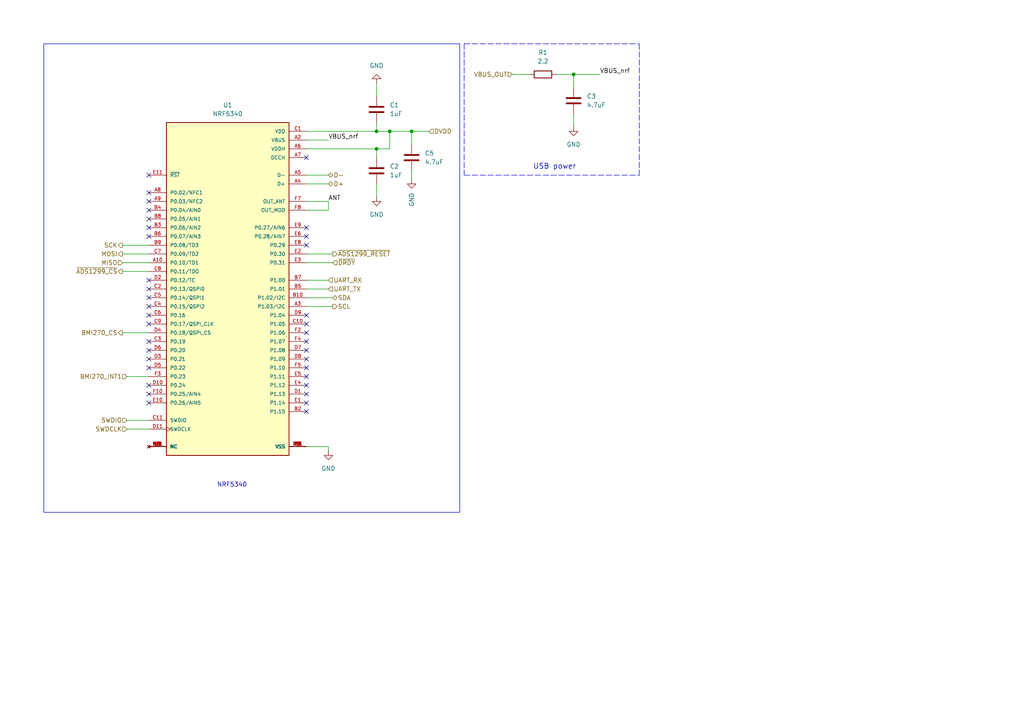
<source format=kicad_sch>
(kicad_sch (version 20231120) (generator "eeschema") (generator_version "8.0")
  (paper "A4")
  (lib_symbols
    (symbol "Device:C" (pin_numbers hide) (pin_names (offset 0.254))
      (property "Reference" "C" (at 0.635 2.54 0))
      (property "Value" "C" (at 0.635 -2.54 0))
      (symbol "C_0_1"
        (polyline (pts (xy -2.032 -0.762) (xy 2.032 -0.762)) (stroke (width 0.508)))
        (polyline (pts (xy -2.032 0.762) (xy 2.032 0.762)) (stroke (width 0.508)))
      )
      (symbol "C_1_1"
        (pin passive line (at 0 3.81 270) (length 2.794) (name "~") (number "1"))
        (pin passive line (at 0 -3.81 90) (length 2.794) (name "~") (number "2"))
      )
    )
    (symbol "Device:R" (pin_numbers hide) (pin_names (offset 0))
      (property "Reference" "R" (at 2.032 0 90))
      (property "Value" "R" (at 0 0 90))
      (symbol "R_0_1"
        (rectangle (start -1.016 -2.54) (end 1.016 2.54) (stroke (width 0.254)))
      )
      (symbol "R_1_1"
        (pin passive line (at 0 3.81 270) (length 1.27) (name "~") (number "1"))
        (pin passive line (at 0 -3.81 90) (length 1.27) (name "~") (number "2"))
      )
    )
    (symbol "ISP2053-AX-RS_1" (pin_names (offset 1.016))
      (property "Reference" "U" (at -17.78 49.022 0))
      (property "Value" "ISP2053-AX-RS" (at -17.78 -50.8 0))
      (symbol "ISP2053-AX-RS_1_0_0"
        (rectangle (start -17.78 -48.26) (end 17.78 48.26) (stroke (width 0.254)) (fill (type background)))
        (pin power_in line (at 22.86 -45.72 180) (length 5.08) (name "VSS") (number "A1"))
        (pin bidirectional line (at -22.86 7.62 0) (length 5.08) (name "P0.10/TD1") (number "A10"))
        (pin power_in line (at 22.86 -45.72 180) (length 5.08) (name "VSS") (number "A11"))
        (pin power_in line (at 22.86 43.18 180) (length 5.08) (name "VBUS") (number "A2"))
        (pin bidirectional line (at 22.86 -5.08 180) (length 5.08) (name "P1.03/I2C") (number "A3"))
        (pin bidirectional line (at 22.86 30.48 180) (length 5.08) (name "D+") (number "A4"))
        (pin bidirectional line (at 22.86 33.02 180) (length 5.08) (name "D-") (number "A5"))
        (pin power_in line (at 22.86 40.64 180) (length 5.08) (name "VDDH") (number "A6"))
        (pin power_in line (at 22.86 38.1 180) (length 5.08) (name "DCCH") (number "A7"))
        (pin bidirectional line (at -22.86 27.94 0) (length 5.08) (name "P0.02/NFC1") (number "A8"))
        (pin bidirectional line (at -22.86 25.4 0) (length 5.08) (name "P0.03/NFC2") (number "A9"))
        (pin bidirectional line (at 22.86 -2.54 180) (length 5.08) (name "P1.02/I2C") (number "B10"))
        (pin bidirectional line (at 22.86 -35.56 180) (length 5.08) (name "P1.15") (number "B2"))
        (pin bidirectional line (at -22.86 17.78 0) (length 5.08) (name "P0.06/AIN2") (number "B3"))
        (pin bidirectional line (at -22.86 22.86 0) (length 5.08) (name "P0.04/AIN0") (number "B4"))
        (pin bidirectional line (at 22.86 0 180) (length 5.08) (name "P1.01") (number "B5"))
        (pin bidirectional line (at -22.86 15.24 0) (length 5.08) (name "P0.07/AIN3") (number "B6"))
        (pin bidirectional line (at 22.86 2.54 180) (length 5.08) (name "P1.00") (number "B7"))
        (pin bidirectional line (at -22.86 20.32 0) (length 5.08) (name "P0.05/AIN1") (number "B8"))
        (pin bidirectional line (at -22.86 12.7 0) (length 5.08) (name "P0.08/TD3") (number "B9"))
        (pin power_in line (at 22.86 45.72 180) (length 5.08) (name "VDD") (number "C1"))
        (pin bidirectional line (at 22.86 -10.16 180) (length 5.08) (name "P1.05") (number "C10"))
        (pin bidirectional line (at -22.86 -38.1 0) (length 5.08) (name "SWDIO") (number "C11"))
        (pin bidirectional line (at -22.86 0 0) (length 5.08) (name "P0.13/QSPI0") (number "C2"))
        (pin bidirectional line (at -22.86 -15.24 0) (length 5.08) (name "P0.19") (number "C3"))
        (pin bidirectional line (at -22.86 -5.08 0) (length 5.08) (name "P0.15/QSPI2") (number "C4"))
        (pin bidirectional line (at -22.86 -2.54 0) (length 5.08) (name "P0.14/QSPI1") (number "C5"))
        (pin bidirectional line (at -22.86 -7.62 0) (length 5.08) (name "P0.16") (number "C6"))
        (pin bidirectional line (at -22.86 10.16 0) (length 5.08) (name "P0.09/TD2") (number "C7"))
        (pin bidirectional line (at -22.86 5.08 0) (length 5.08) (name "P0.11/TDO") (number "C8"))
        (pin bidirectional line (at -22.86 -10.16 0) (length 5.08) (name "P0.17/QSPI_CLK") (number "C9"))
        (pin bidirectional line (at 22.86 -30.48 180) (length 5.08) (name "P1.13") (number "D1"))
        (pin bidirectional line (at -22.86 -27.94 0) (length 5.08) (name "P0.24") (number "D10"))
        (pin input clock (at -22.86 -40.64 0) (length 5.08) (name "SWDCLK") (number "D11"))
        (pin bidirectional line (at -22.86 2.54 0) (length 5.08) (name "P0.12/TC") (number "D2"))
        (pin bidirectional line (at -22.86 -20.32 0) (length 5.08) (name "P0.21") (number "D3"))
        (pin bidirectional line (at -22.86 -12.7 0) (length 5.08) (name "P0.18/QSPI_CS") (number "D4"))
        (pin bidirectional line (at -22.86 -22.86 0) (length 5.08) (name "P0.22") (number "D5"))
        (pin bidirectional line (at -22.86 -17.78 0) (length 5.08) (name "P0.20") (number "D6"))
        (pin bidirectional line (at 22.86 -17.78 180) (length 5.08) (name "P1.08") (number "D7"))
        (pin bidirectional line (at 22.86 -20.32 180) (length 5.08) (name "P1.09") (number "D8"))
        (pin bidirectional line (at 22.86 -7.62 180) (length 5.08) (name "P1.04") (number "D9"))
        (pin bidirectional line (at 22.86 -33.02 180) (length 5.08) (name "P1.14") (number "E1"))
        (pin bidirectional line (at -22.86 -33.02 0) (length 5.08) (name "P0.26/AIN5") (number "E10"))
        (pin input line (at -22.86 33.02 0) (length 5.08) (name "~{RST}") (number "E11"))
        (pin bidirectional line (at 22.86 10.16 180) (length 5.08) (name "P0.30") (number "E2"))
        (pin bidirectional line (at 22.86 7.62 180) (length 5.08) (name "P0.31") (number "E3"))
        (pin bidirectional line (at 22.86 -27.94 180) (length 5.08) (name "P1.12") (number "E4"))
        (pin bidirectional line (at 22.86 -25.4 180) (length 5.08) (name "P1.11") (number "E5"))
        (pin bidirectional line (at 22.86 15.24 180) (length 5.08) (name "P0.28/AIN7") (number "E6"))
        (pin power_in line (at 22.86 -45.72 180) (length 5.08) (name "VSS") (number "E7"))
        (pin bidirectional line (at 22.86 12.7 180) (length 5.08) (name "P0.29") (number "E8"))
        (pin bidirectional line (at 22.86 17.78 180) (length 5.08) (name "P0.27/AIN6") (number "E9"))
        (pin power_in line (at 22.86 -45.72 180) (length 5.08) (name "VSS") (number "F1"))
        (pin bidirectional line (at -22.86 -30.48 0) (length 5.08) (name "P0.25/AIN4") (number "F10"))
        (pin power_in line (at 22.86 -45.72 180) (length 5.08) (name "VSS") (number "F11"))
        (pin bidirectional line (at 22.86 -12.7 180) (length 5.08) (name "P1.06") (number "F2"))
        (pin bidirectional line (at -22.86 -25.4 0) (length 5.08) (name "P0.23") (number "F3"))
        (pin bidirectional line (at 22.86 -15.24 180) (length 5.08) (name "P1.07") (number "F4"))
        (pin bidirectional line (at 22.86 -22.86 180) (length 5.08) (name "P1.10") (number "F5"))
        (pin power_in line (at 22.86 -45.72 180) (length 5.08) (name "VSS") (number "F6"))
        (pin bidirectional line (at 22.86 25.4 180) (length 5.08) (name "OUT_ANT") (number "F7"))
        (pin bidirectional line (at 22.86 22.86 180) (length 5.08) (name "OUT_MOD") (number "F8"))
        (pin power_in line (at 22.86 -45.72 180) (length 5.08) (name "VSS") (number "F9"))
        (pin no_connect line (at -22.86 -45.72 0) (length 5.08) (name "NC") (number "H1"))
        (pin no_connect line (at -22.86 -45.72 0) (length 5.08) (name "NC") (number "H11"))
        (pin no_connect line (at -22.86 -45.72 0) (length 5.08) (name "NC") (number "K1"))
        (pin no_connect line (at -22.86 -45.72 0) (length 5.08) (name "NC") (number "K11"))
        (pin no_connect line (at -22.86 -45.72 0) (length 5.08) (name "NC") (number "L1"))
        (pin no_connect line (at -22.86 -45.72 0) (length 5.08) (name "NC") (number "L11"))
        (pin no_connect line (at -22.86 -45.72 0) (length 5.08) (name "NC") (number "L3"))
        (pin no_connect line (at -22.86 -45.72 0) (length 5.08) (name "NC") (number "L5"))
        (pin no_connect line (at -22.86 -45.72 0) (length 5.08) (name "NC") (number "L7"))
        (pin no_connect line (at -22.86 -45.72 0) (length 5.08) (name "NC") (number "L9"))
      )
    )
    (symbol "power:GND" (power) (pin_numbers hide) (pin_names (offset 0) hide)
      (property "Value" "GND" (at 0 -3.81 0))
      (symbol "GND_0_1"
        (polyline (pts (xy 0 0) (xy 0 -1.27) (xy 1.27 -1.27) (xy 0 -2.54) (xy -1.27 -1.27) (xy 0 -1.27)))
      )
      (symbol "GND_1_1"
        (pin power_in line (at 0 0 270) (length 0) (name "~") (number "1"))
      )
    )
  )
  (junction (at 109.22 38.1))
  (junction (at 109.22 43.18))
  (junction (at 119.38 38.1))
  (junction (at 166.37 21.59))
  (junction (at 113.03 38.1))
  (no_connect (at 43.18 88.9))
  (no_connect (at 43.18 106.68))
  (no_connect (at 43.18 66.04))
  (no_connect (at 88.9 66.04))
  (no_connect (at 43.18 55.88))
  (no_connect (at 43.18 83.82))
  (no_connect (at 88.9 45.72))
  (no_connect (at 88.9 71.12))
  (no_connect (at 88.9 68.58))
  (no_connect (at 88.9 111.76))
  (no_connect (at 43.18 104.14))
  (no_connect (at 88.9 119.38))
  (no_connect (at 43.18 68.58))
  (no_connect (at 88.9 116.84))
  (no_connect (at 88.9 109.22))
  (no_connect (at 43.18 93.98))
  (no_connect (at 43.18 63.5))
  (no_connect (at 88.9 91.44))
  (no_connect (at 88.9 106.68))
  (no_connect (at 43.18 99.06))
  (no_connect (at 88.9 114.3))
  (no_connect (at 88.9 104.14))
  (no_connect (at 43.18 86.36))
  (no_connect (at 88.9 99.06))
  (no_connect (at 43.18 114.3))
  (no_connect (at 43.18 111.76))
  (no_connect (at 43.18 60.96))
  (no_connect (at 43.18 58.42))
  (no_connect (at 88.9 101.6))
  (no_connect (at 43.18 101.6))
  (no_connect (at 43.18 91.44))
  (no_connect (at 43.18 50.8))
  (no_connect (at 43.18 81.28))
  (no_connect (at 43.18 116.84))
  (no_connect (at 88.9 93.98))
  (no_connect (at 88.9 96.52))
  (wire (pts (xy 96.52 86.36) (xy 88.9 86.36)))
  (wire (pts (xy 88.9 43.18) (xy 109.22 43.18)))
  (wire (pts (xy 161.29 21.59) (xy 166.37 21.59)))
  (wire (pts (xy 88.9 58.42) (xy 95.25 58.42)))
  (wire (pts (xy 43.18 109.22) (xy 36.83 109.22)))
  (wire (pts (xy 36.83 124.46) (xy 43.18 124.46)))
  (wire (pts (xy 88.9 38.1) (xy 109.22 38.1)))
  (wire (pts (xy 35.56 71.12) (xy 43.18 71.12)))
  (wire (pts (xy 109.22 35.56) (xy 109.22 38.1)))
  (wire (pts (xy 88.9 76.2) (xy 96.52 76.2)))
  (wire (pts (xy 109.22 27.94) (xy 109.22 24.13)))
  (wire (pts (xy 113.03 43.18) (xy 109.22 43.18)))
  (wire (pts (xy 35.56 78.74) (xy 43.18 78.74)))
  (wire (pts (xy 113.03 38.1) (xy 113.03 43.18)))
  (wire (pts (xy 148.59 21.59) (xy 153.67 21.59)))
  (wire (pts (xy 95.25 129.54) (xy 88.9 129.54)))
  (polyline (pts (xy 134.62 12.7) (xy 185.42 12.7)) (stroke (width 0) (type dash)))
  (wire (pts (xy 109.22 43.18) (xy 109.22 45.72)))
  (wire (pts (xy 119.38 49.53) (xy 119.38 52.07)))
  (wire (pts (xy 88.9 40.64) (xy 95.25 40.64)))
  (wire (pts (xy 88.9 81.28) (xy 95.25 81.28)))
  (wire (pts (xy 119.38 38.1) (xy 124.46 38.1)))
  (wire (pts (xy 95.25 58.42) (xy 95.25 60.96)))
  (wire (pts (xy 88.9 60.96) (xy 95.25 60.96)))
  (polyline (pts (xy 185.42 12.7) (xy 185.42 50.8)) (stroke (width 0) (type dash)))
  (wire (pts (xy 36.83 121.92) (xy 43.18 121.92)))
  (wire (pts (xy 166.37 33.02) (xy 166.37 36.83)))
  (wire (pts (xy 35.56 73.66) (xy 43.18 73.66)))
  (polyline (pts (xy 134.62 50.8) (xy 185.42 50.8)) (stroke (width 0) (type dash)))
  (wire (pts (xy 166.37 21.59) (xy 166.37 25.4)))
  (wire (pts (xy 35.56 96.52) (xy 43.18 96.52)))
  (wire (pts (xy 95.25 130.81) (xy 95.25 129.54)))
  (wire (pts (xy 88.9 53.34) (xy 95.25 53.34)))
  (polyline (pts (xy 134.62 12.7) (xy 134.62 50.8)) (stroke (width 0) (type dash)))
  (wire (pts (xy 96.52 88.9) (xy 88.9 88.9)))
  (wire (pts (xy 109.22 38.1) (xy 113.03 38.1)))
  (wire (pts (xy 113.03 38.1) (xy 119.38 38.1)))
  (wire (pts (xy 88.9 50.8) (xy 95.25 50.8)))
  (wire (pts (xy 166.37 21.59) (xy 173.99 21.59)))
  (wire (pts (xy 109.22 53.34) (xy 109.22 57.15)))
  (wire (pts (xy 88.9 73.66) (xy 96.52 73.66)))
  (wire (pts (xy 119.38 38.1) (xy 119.38 41.91)))
  (wire (pts (xy 88.9 83.82) (xy 95.25 83.82)))
  (wire (pts (xy 35.56 76.2) (xy 43.18 76.2)))
  (rectangle (start 12.7 12.7) (end 133.35 148.59))
  (text "NRF5340" (at 67.31 140.716 0) (effects (font (size 1.27 1.27))))
  (text "USB power" (at 167.132 49.276 0) (effects (font (size 1.524 1.524)) (justify right bottom)))
  (label "VBUS_nrf" (at 95.25 40.64 0))
  (label "VBUS_nrf" (at 173.99 21.59 0))
  (label "ANT" (at 95.25 58.42 0))
  (hierarchical_label "SWDCLK" (shape input) (at 36.83 124.46 180))
  (hierarchical_label "SWDIO" (shape input) (at 36.83 121.92 180))
  (hierarchical_label "MISO" (shape input) (at 35.56 76.2 180))
  (hierarchical_label "SCK" (shape output) (at 35.56 71.12 180))
  (hierarchical_label "~{ADS1299_RESET}" (shape output) (at 96.52 73.66 0))
  (hierarchical_label "D-" (shape bidirectional) (at 95.25 50.8 0))
  (hierarchical_label "~{ADS1299_CS}" (shape output) (at 35.56 78.74 180))
  (hierarchical_label "UART_RX" (shape input) (at 95.25 81.28 0))
  (hierarchical_label "~{DRDY}" (shape input) (at 96.52 76.2 0))
  (hierarchical_label "SCL" (shape output) (at 96.52 88.9 0))
  (hierarchical_label "BMI270_INT1" (shape input) (at 36.83 109.22 180))
  (hierarchical_label "DVDD" (shape input) (at 124.46 38.1 0))
  (hierarchical_label "D+" (shape bidirectional) (at 95.25 53.34 0))
  (hierarchical_label "MOSI" (shape output) (at 35.56 73.66 180))
  (hierarchical_label "VBUS_OUT" (shape input) (at 148.59 21.59 180))
  (hierarchical_label "BMI270_CS" (shape output) (at 35.56 96.52 180))
  (hierarchical_label "UART_TX" (shape input) (at 95.25 83.82 0))
  (hierarchical_label "SDA" (shape bidirectional) (at 96.52 86.36 0))
  (symbol (lib_id "power:GND") (at 166.37 36.83 0) (unit 1)
    (property "Reference" "#PWR05" (effects (hide yes)))
    (property "Value" "GND" (at 166.37 41.91 0))
    (property "Description" "Power symbol creates a global label with name \"GND\" , ground" (effects (hide yes)))
  )
  (symbol (lib_id "Device:C") (at 109.22 31.75 0) (unit 1)
    (property "Reference" "C1" (at 113.03 30.4799 0) (effects (justify left)))
    (property "Value" "1uF" (at 113.03 33.0199 0) (effects (justify left)))
    (property "Footprint" "Capacitor_SMD:C_0402_1005Metric" (effects (hide yes)))
    (property "Description" "10V 1uF X5R ±10% 0402  Multilayer Ceramic Capacitors MLCC - SMD/SMT ROHS" (effects (hide yes)))
    (property "Type" "Surface Mount " (effects (hide yes)))
    (property "Package" "0402 (1005 Metric)" (effects (hide yes)))
    (property "MANUFACTURER" "Murata Electronics" (effects (hide yes)))
    (property "MANUFACTURER_PART_NUMBER" "GRM155R61A105KE15D" (effects (hide yes)))
  )
  (symbol (lib_id "power:GND") (at 95.25 130.81 0) (unit 1)
    (property "Reference" "#PWR01" (effects (hide yes)))
    (property "Value" "GND" (at 95.25 135.89 0))
    (property "Description" "Power symbol creates a global label with name \"GND\" , ground" (effects (hide yes)))
  )
  (symbol (lib_id "power:GND") (at 109.22 57.15 0) (unit 1)
    (property "Reference" "#PWR03" (effects (hide yes)))
    (property "Value" "GND" (at 109.22 62.23 0))
    (property "Description" "Power symbol creates a global label with name \"GND\" , ground" (effects (hide yes)))
  )
  (symbol (lib_id "Device:C") (at 166.37 29.21 0) (unit 1)
    (property "Reference" "C3" (at 170.18 27.9399 0) (effects (justify left)))
    (property "Value" "4.7uF" (at 170.18 30.4799 0) (effects (justify left)))
    (property "Footprint" "Capacitor_SMD:C_0402_1005Metric" (effects (hide yes)))
    (property "Description" "10V 4.7uF X5R ±20% 0402  Multilayer Ceramic Capacitors MLCC - SMD/SMT ROHS" (effects (hide yes)))
    (property "Type" "Surface Mount " (effects (hide yes)))
    (property "Package" "0402 (1005 Metric)" (effects (hide yes)))
    (property "MANUFACTURER" "Murata Electronics" (effects (hide yes)))
    (property "MANUFACTURER_PART_NUMBER" "GRM155R61A475MEAAD" (effects (hide yes)))
  )
  (symbol (lib_id "Device:R") (at 157.48 21.59 90) (unit 1)
    (property "Reference" "R1" (at 157.48 15.24 90))
    (property "Value" "2.2" (at 157.48 17.78 90))
    (property "Footprint" "Resistor_SMD:R_0402_1005Metric" (effects (hide yes)))
    (property "Description" "62.5mW Thick Film Resistors 50V ±1% ±200ppm/℃ 2.2Ω 0402  Chip Resistor - Surface Mount ROHS" (effects (hide yes)))
    (property "Type" "Surface Mount " (effects (hide yes)))
    (property "MANUFACTURER" "YAGEO" (effects (hide yes)))
    (property "MANUFACTURER_PART_NUMBER" "RC0402FR-072R2L" (effects (hide yes)))
    (property "Package" "0402 (1005 Metric)" (effects (hide yes)))
  )
  (symbol (lib_name "ISP2053-AX-RS_1") (lib_id "ISP2053-AX-RS:ISP2053-AX-RS") (at 66.04 83.82 0) (unit 1)
    (property "Reference" "U1" (at 66.04 30.48 0))
    (property "Value" "NRF5340" (at 66.04 33.02 0))
    (property "Footprint" "ISP2053-AX-RS:XCVR_ISP2053-AX-RS" (effects (hide yes)))
    (property "Description" "Bluetooth Modules - 802.15.1 ISP2053-AX nRF5340 Bluetooth 5.2 LE Audio, DF and Long Range Module" (effects (hide yes)))
    (property "MF" "Insight SIP" (effects (hide yes)))
    (property "MAXIMUM_PACKAGE_HEIGHT" "1mm" (effects (hide yes)))
    (property "Package" "LGA-65" (effects (hide yes)))
    (property "Price" "None" (effects (hide yes)))
    (property "Check_prices" "https://www.snapeda.com/parts/ISP2053-AX-RS/Insight+SIP/view-part/?ref=eda" (effects (hide yes)))
    (property "STANDARD" "Manufacturer Recommendations" (effects (hide yes)))
    (property "PARTREV" "R6" (effects (hide yes)))
    (property "SnapEDA_Link" "https://www.snapeda.com/parts/ISP2053-AX-RS/Insight+SIP/view-part/?ref=snap" (effects (hide yes)))
    (property "MP" "ISP2053-AX-RS" (effects (hide yes)))
    (property "Purchase-URL" "https://www.snapeda.com/api/url_track_click_mouser/?unipart_id=12135503&manufacturer=Insight SIP&part_name=ISP2053-AX-RS&search_term=isp2053" (effects (hide yes)))
    (property "Description_1" "\n802.15.4, Bluetooth/ANT Bluetooth v5.2, Thread, Zigbee® Transceiver Module 2.4GHz Integrated, Chip Surface Mount\n" (effects (hide yes)))
    (property "Availability" "In Stock" (effects (hide yes)))
    (property "MANUFACTURER" "InsightSIP" (effects (hide yes)))
    (property "MANUFACTURER_PART_NUMBER" "ISP2053-AX-RS" (effects (hide yes)))
    (property "Type" "Surface Mount " (effects (hide yes)))
  )
  (symbol (lib_id "Device:C") (at 119.38 45.72 0) (unit 1)
    (property "Reference" "C5" (at 123.19 44.4499 0) (effects (justify left)))
    (property "Value" "4.7uF" (at 123.19 46.9899 0) (effects (justify left)))
    (property "Footprint" "Capacitor_SMD:C_0402_1005Metric" (effects (hide yes)))
    (property "Description" "10V 4.7uF X5R ±20% 0402  Multilayer Ceramic Capacitors MLCC - SMD/SMT ROHS" (effects (hide yes)))
    (property "Type" "Surface Mount " (effects (hide yes)))
    (property "Package" "0402 (1005 Metric)" (effects (hide yes)))
    (property "MANUFACTURER" "Murata Electronics" (effects (hide yes)))
    (property "MANUFACTURER_PART_NUMBER" "GRM155R61A475MEAAD" (effects (hide yes)))
  )
  (symbol (lib_id "power:GND") (at 119.38 52.07 0) (unit 1)
    (property "Reference" "#PWR07" (effects (hide yes)))
    (property "Value" "GND" (at 119.3801 55.88 90) (effects (justify right)))
    (property "Description" "Power symbol creates a global label with name \"GND\" , ground" (effects (hide yes)))
  )
  (symbol (lib_id "Device:C") (at 109.22 49.53 0) (unit 1)
    (property "Reference" "C2" (at 113.03 48.2599 0) (effects (justify left)))
    (property "Value" "1uF" (at 113.03 50.7999 0) (effects (justify left)))
    (property "Footprint" "Capacitor_SMD:C_0402_1005Metric" (effects (hide yes)))
    (property "Description" "10V 1uF X5R ±10% 0402  Multilayer Ceramic Capacitors MLCC - SMD/SMT ROHS" (effects (hide yes)))
    (property "Type" "Surface Mount " (effects (hide yes)))
    (property "Package" "0402 (1005 Metric)" (effects (hide yes)))
    (property "MANUFACTURER" "Murata Electronics" (effects (hide yes)))
    (property "MANUFACTURER_PART_NUMBER" "GRM155R61A105KE15D" (effects (hide yes)))
  )
  (symbol (lib_id "power:GND") (at 109.22 24.13 180) (unit 1)
    (property "Reference" "#PWR02" (effects (hide yes)))
    (property "Value" "GND" (at 109.22 19.05 0))
    (property "Description" "Power symbol creates a global label with name \"GND\" , ground" (effects (hide yes)))
  )
)
</source>
